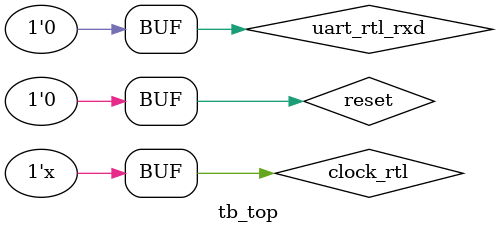
<source format=v>
`timescale 1ns / 1ps


module tb_top(

    );

    reg clock_rtl;
    reg reset;
    reg uart_rtl_rxd;
    wire uart_rtl_txd;

    img_proc_mb_wrapper img_proc_mb_inst
    (
        .clock_rtl(clock_rtl),
        .reset_rtl(reset),
        .reset_rtl_0(~reset),
        .uart_rtl_rxd(uart_rtl_rxd),
        .uart_rtl_txd(uart_rtl_txd)
    );
    
    always 
        #5 clock_rtl = ~clock_rtl;
        
    initial 
    begin
        clock_rtl = 1'b0;
        reset = 1'b1;
        uart_rtl_rxd = 1'b0;
        #40
        reset = 1'b0;
    end

endmodule

</source>
